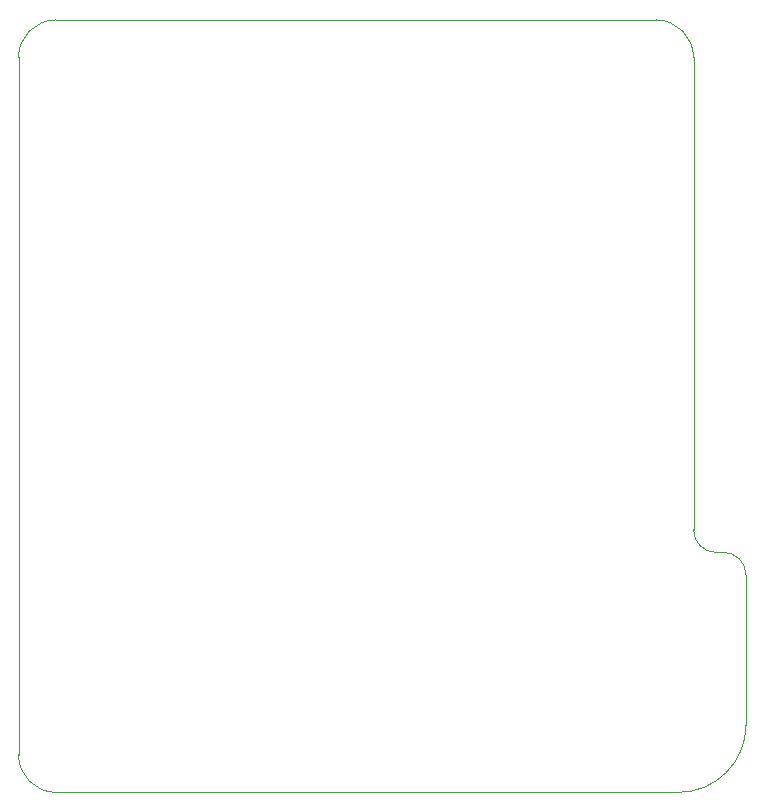
<source format=gbr>
%TF.GenerationSoftware,KiCad,Pcbnew,(5.1.7-0-10_14)*%
%TF.CreationDate,2020-12-03T23:55:17+01:00*%
%TF.ProjectId,pi_hat,70695f68-6174-42e6-9b69-6361645f7063,rev?*%
%TF.SameCoordinates,PX55fe290PY310d5f8*%
%TF.FileFunction,Profile,NP*%
%FSLAX46Y46*%
G04 Gerber Fmt 4.6, Leading zero omitted, Abs format (unit mm)*
G04 Created by KiCad (PCBNEW (5.1.7-0-10_14)) date 2020-12-03 23:55:17*
%MOMM*%
%LPD*%
G01*
G04 APERTURE LIST*
%TA.AperFunction,Profile*%
%ADD10C,0.050000*%
%TD*%
G04 APERTURE END LIST*
D10*
X61595000Y-59690000D02*
G75*
G02*
X55880000Y-65405000I-5715000J0D01*
G01*
X59055000Y-45085000D02*
X59690000Y-45085000D01*
X59690000Y-45085000D02*
G75*
G02*
X61595000Y-46990000I0J-1905000D01*
G01*
X59055000Y-45085000D02*
G75*
G02*
X57150000Y-43180000I0J1905000D01*
G01*
X0Y-3175000D02*
G75*
G02*
X3175000Y0I3175000J0D01*
G01*
X3175000Y-65405000D02*
G75*
G02*
X0Y-62230000I0J3175000D01*
G01*
X0Y-3175000D02*
X0Y-62230000D01*
X53975000Y0D02*
G75*
G02*
X57150000Y-3175000I0J-3175000D01*
G01*
X53975000Y0D02*
X3175000Y0D01*
X61595000Y-46990000D02*
X61595000Y-59690000D01*
X57150000Y-3175000D02*
X57150000Y-43180000D01*
X55880000Y-65405000D02*
X3175000Y-65405000D01*
M02*

</source>
